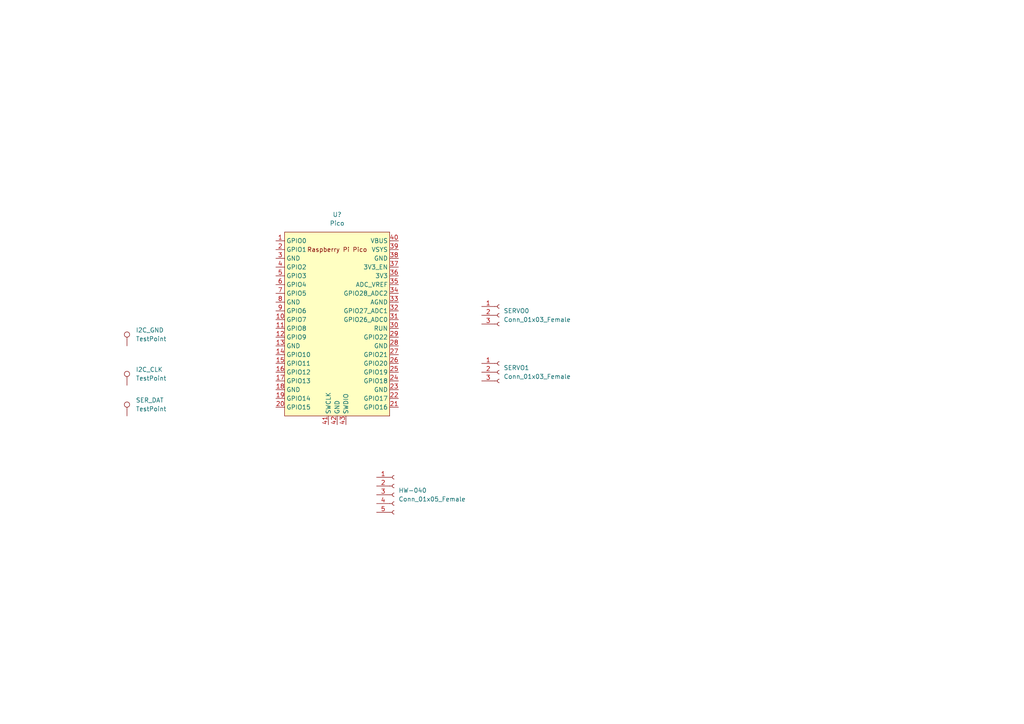
<source format=kicad_sch>
(kicad_sch (version 20211123) (generator eeschema)
  (paper "A4")
  (lib_symbols
    (symbol "Connector:Conn_01x03_Female" (pin_names (offset 1.016) hide)
      (property "Reference" "J" (at 0 5.08 0))
      (property "Value" "Conn_01x03_Female" (at 0 -5.08 0))
      (symbol "Conn_01x03_Female_1_1"
        (arc (start 0 -2.032) (mid -0.508 -2.54) (end 0 -3.048) (stroke (width 0.1524)))
        (polyline (pts (xy -1.27 -2.54) (xy -0.508 -2.54)) (stroke (width 0.1524)))
        (polyline (pts (xy -1.27 0) (xy -0.508 0)) (stroke (width 0.1524)))
        (polyline (pts (xy -1.27 2.54) (xy -0.508 2.54)) (stroke (width 0.1524)))
        (arc (start 0 0.508) (mid -0.508 0) (end 0 -0.508) (stroke (width 0.1524)))
        (arc (start 0 3.048) (mid -0.508 2.54) (end 0 2.032) (stroke (width 0.1524)))
        (pin passive line (at -5.08 2.54 0) (length 3.81) (name "Pin_1") (number "1"))
        (pin passive line (at -5.08 0 0) (length 3.81) (name "Pin_2") (number "2"))
        (pin passive line (at -5.08 -2.54 0) (length 3.81) (name "Pin_3") (number "3"))
      )
    )
    (symbol "Connector:Conn_01x05_Female" (pin_names (offset 1.016) hide)
      (property "Reference" "J" (at 0 7.62 0))
      (property "Value" "Conn_01x05_Female" (at 0 -7.62 0))
      (symbol "Conn_01x05_Female_1_1"
        (arc (start 0 -4.572) (mid -0.508 -5.08) (end 0 -5.588) (stroke (width 0.1524)))
        (arc (start 0 -2.032) (mid -0.508 -2.54) (end 0 -3.048) (stroke (width 0.1524)))
        (polyline (pts (xy -1.27 -5.08) (xy -0.508 -5.08)) (stroke (width 0.1524)))
        (polyline (pts (xy -1.27 -2.54) (xy -0.508 -2.54)) (stroke (width 0.1524)))
        (polyline (pts (xy -1.27 0) (xy -0.508 0)) (stroke (width 0.1524)))
        (polyline (pts (xy -1.27 2.54) (xy -0.508 2.54)) (stroke (width 0.1524)))
        (polyline (pts (xy -1.27 5.08) (xy -0.508 5.08)) (stroke (width 0.1524)))
        (arc (start 0 0.508) (mid -0.508 0) (end 0 -0.508) (stroke (width 0.1524)))
        (arc (start 0 3.048) (mid -0.508 2.54) (end 0 2.032) (stroke (width 0.1524)))
        (arc (start 0 5.588) (mid -0.508 5.08) (end 0 4.572) (stroke (width 0.1524)))
        (pin passive line (at -5.08 5.08 0) (length 3.81) (name "Pin_1") (number "1"))
        (pin passive line (at -5.08 2.54 0) (length 3.81) (name "Pin_2") (number "2"))
        (pin passive line (at -5.08 0 0) (length 3.81) (name "Pin_3") (number "3"))
        (pin passive line (at -5.08 -2.54 0) (length 3.81) (name "Pin_4") (number "4"))
        (pin passive line (at -5.08 -5.08 0) (length 3.81) (name "Pin_5") (number "5"))
      )
    )
    (symbol "Connector:TestPoint" (pin_numbers hide) (pin_names (offset 0.762) hide)
      (property "Reference" "TP" (at 0 6.858 0))
      (property "Value" "TestPoint" (at 0 5.08 0))
      (symbol "TestPoint_0_1"
        (circle (center 0 3.302) (radius 0.762))
      )
      (symbol "TestPoint_1_1"
        (pin passive line (at 0 0 90) (length 2.54) (name "1") (number "1"))
      )
    )
    (symbol "MCU_RaspberryPi_and_Boards:Pico"
      (property "Reference" "U" (at -13.97 27.94 0))
      (property "Value" "Pico" (at 0 19.05 0))
      (symbol "Pico_0_0"
        (text "Raspberry Pi Pico" (at 0 21.59 0) (effects (font (size 1.27 1.27))))
      )
      (symbol "Pico_0_1"
        (rectangle (start -15.24 26.67) (end 15.24 -26.67) (fill (type background)))
      )
      (symbol "Pico_1_1"
        (pin bidirectional line (at -17.78 24.13 0) (length 2.54) (name "GPIO0") (number "1"))
        (pin bidirectional line (at -17.78 1.27 0) (length 2.54) (name "GPIO7") (number "10"))
        (pin bidirectional line (at -17.78 -1.27 0) (length 2.54) (name "GPIO8") (number "11"))
        (pin bidirectional line (at -17.78 -3.81 0) (length 2.54) (name "GPIO9") (number "12"))
        (pin power_in line (at -17.78 -6.35 0) (length 2.54) (name "GND") (number "13"))
        (pin bidirectional line (at -17.78 -8.89 0) (length 2.54) (name "GPIO10") (number "14"))
        (pin bidirectional line (at -17.78 -11.43 0) (length 2.54) (name "GPIO11") (number "15"))
        (pin bidirectional line (at -17.78 -13.97 0) (length 2.54) (name "GPIO12") (number "16"))
        (pin bidirectional line (at -17.78 -16.51 0) (length 2.54) (name "GPIO13") (number "17"))
        (pin power_in line (at -17.78 -19.05 0) (length 2.54) (name "GND") (number "18"))
        (pin bidirectional line (at -17.78 -21.59 0) (length 2.54) (name "GPIO14") (number "19"))
        (pin bidirectional line (at -17.78 21.59 0) (length 2.54) (name "GPIO1") (number "2"))
        (pin bidirectional line (at -17.78 -24.13 0) (length 2.54) (name "GPIO15") (number "20"))
        (pin bidirectional line (at 17.78 -24.13 180) (length 2.54) (name "GPIO16") (number "21"))
        (pin bidirectional line (at 17.78 -21.59 180) (length 2.54) (name "GPIO17") (number "22"))
        (pin power_in line (at 17.78 -19.05 180) (length 2.54) (name "GND") (number "23"))
        (pin bidirectional line (at 17.78 -16.51 180) (length 2.54) (name "GPIO18") (number "24"))
        (pin bidirectional line (at 17.78 -13.97 180) (length 2.54) (name "GPIO19") (number "25"))
        (pin bidirectional line (at 17.78 -11.43 180) (length 2.54) (name "GPIO20") (number "26"))
        (pin bidirectional line (at 17.78 -8.89 180) (length 2.54) (name "GPIO21") (number "27"))
        (pin power_in line (at 17.78 -6.35 180) (length 2.54) (name "GND") (number "28"))
        (pin bidirectional line (at 17.78 -3.81 180) (length 2.54) (name "GPIO22") (number "29"))
        (pin power_in line (at -17.78 19.05 0) (length 2.54) (name "GND") (number "3"))
        (pin input line (at 17.78 -1.27 180) (length 2.54) (name "RUN") (number "30"))
        (pin bidirectional line (at 17.78 1.27 180) (length 2.54) (name "GPIO26_ADC0") (number "31"))
        (pin bidirectional line (at 17.78 3.81 180) (length 2.54) (name "GPIO27_ADC1") (number "32"))
        (pin power_in line (at 17.78 6.35 180) (length 2.54) (name "AGND") (number "33"))
        (pin bidirectional line (at 17.78 8.89 180) (length 2.54) (name "GPIO28_ADC2") (number "34"))
        (pin power_in line (at 17.78 11.43 180) (length 2.54) (name "ADC_VREF") (number "35"))
        (pin power_in line (at 17.78 13.97 180) (length 2.54) (name "3V3") (number "36"))
        (pin input line (at 17.78 16.51 180) (length 2.54) (name "3V3_EN") (number "37"))
        (pin bidirectional line (at 17.78 19.05 180) (length 2.54) (name "GND") (number "38"))
        (pin power_in line (at 17.78 21.59 180) (length 2.54) (name "VSYS") (number "39"))
        (pin bidirectional line (at -17.78 16.51 0) (length 2.54) (name "GPIO2") (number "4"))
        (pin power_in line (at 17.78 24.13 180) (length 2.54) (name "VBUS") (number "40"))
        (pin input line (at -2.54 -29.21 90) (length 2.54) (name "SWCLK") (number "41"))
        (pin power_in line (at 0 -29.21 90) (length 2.54) (name "GND") (number "42"))
        (pin bidirectional line (at 2.54 -29.21 90) (length 2.54) (name "SWDIO") (number "43"))
        (pin bidirectional line (at -17.78 13.97 0) (length 2.54) (name "GPIO3") (number "5"))
        (pin bidirectional line (at -17.78 11.43 0) (length 2.54) (name "GPIO4") (number "6"))
        (pin bidirectional line (at -17.78 8.89 0) (length 2.54) (name "GPIO5") (number "7"))
        (pin power_in line (at -17.78 6.35 0) (length 2.54) (name "GND") (number "8"))
        (pin bidirectional line (at -17.78 3.81 0) (length 2.54) (name "GPIO6") (number "9"))
      )
    )
  )
  (symbol (lib_id "Connector:TestPoint") (at 36.83 111.76 0) (unit 1)
    (property "Reference" "I2C_CLK" (at 39.37 107.1879 0) (effects (justify left)))
    (property "Value" "TestPoint" (at 39.37 109.7279 0) (effects (justify left)))
    (property "Footprint" "TestPoint:TestPoint_Plated_Hole_D5.0mm" (effects hide))
  )
  (symbol (lib_id "Connector:TestPoint") (at 36.83 100.33 0) (unit 1)
    (property "Reference" "I2C_GND" (at 39.37 95.7579 0) (effects (justify left)))
    (property "Value" "TestPoint" (at 39.37 98.2979 0) (effects (justify left)))
    (property "Footprint" "TestPoint:TestPoint_Plated_Hole_D5.0mm" (effects hide))
  )
  (symbol (lib_id "Connector:Conn_01x03_Female") (at 144.78 107.95 0) (unit 1)
    (property "Reference" "SERVO1" (at 146.05 106.6799 0) (effects (justify left)))
    (property "Value" "Conn_01x03_Female" (at 146.05 109.2199 0) (effects (justify left)))
    (property "Footprint" "Connector_PinSocket_2.54mm:PinSocket_1x03_P2.54mm_Vertical" (effects hide))
  )
  (symbol (lib_id "Connector:Conn_01x05_Female") (at 114.3 143.51 0) (unit 1)
    (property "Reference" "HW-040" (at 115.57 142.2399 0) (effects (justify left)))
    (property "Value" "Conn_01x05_Female" (at 115.57 144.7799 0) (effects (justify left)))
    (property "Footprint" "Connector_PinSocket_2.54mm:PinSocket_1x05_P2.54mm_Horizontal" (effects hide))
  )
  (symbol (lib_id "Connector:Conn_01x03_Female") (at 144.78 91.44 0) (unit 1)
    (property "Reference" "SERVO0" (at 146.05 90.1699 0) (effects (justify left)))
    (property "Value" "Conn_01x03_Female" (at 146.05 92.7099 0) (effects (justify left)))
    (property "Footprint" "Connector_PinHeader_2.54mm:PinHeader_1x03_P2.54mm_Vertical" (effects hide))
  )
  (symbol (lib_id "MCU_RaspberryPi_and_Boards:Pico") (at 97.79 93.98 0) (unit 1)
    (property "Reference" "U?" (at 97.79 62.23 0))
    (property "Value" "Pico" (at 97.79 64.77 0))
    (property "Footprint" "RPi_Pico:RPi_Pico_SMD_TH" (effects hide))
  )
  (symbol (lib_id "Connector:TestPoint") (at 36.83 120.65 0) (unit 1)
    (property "Reference" "SER_DAT" (at 39.37 116.0779 0) (effects (justify left)))
    (property "Value" "TestPoint" (at 39.37 118.6179 0) (effects (justify left)))
    (property "Footprint" "TestPoint:TestPoint_Plated_Hole_D5.0mm" (effects hide))
  )
)
</source>
